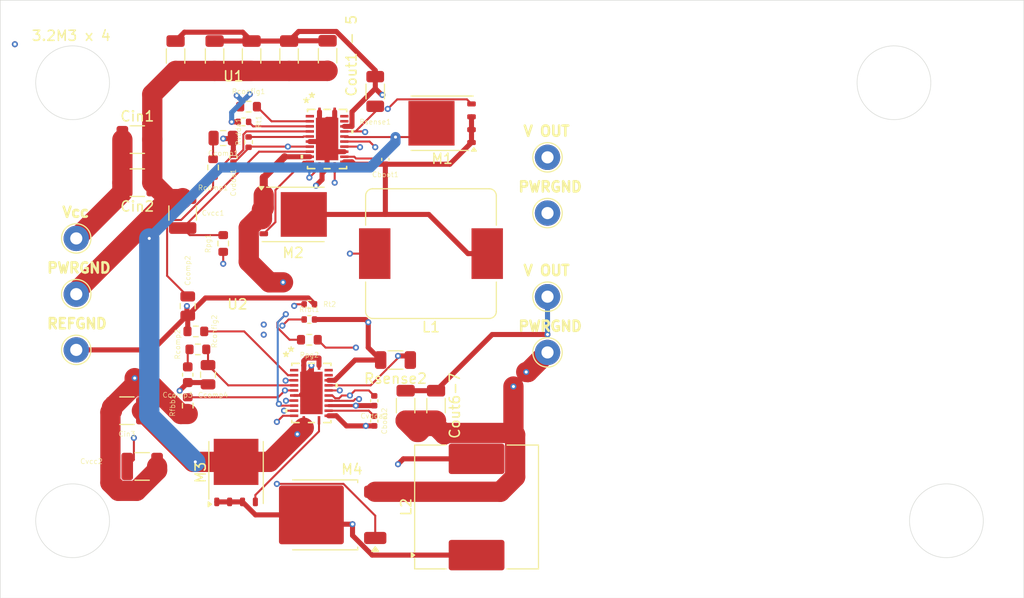
<source format=kicad_pcb>
(kicad_pcb (version 20241229) (generator "pcbnew") (generator_version "9.0")
  (layers (0 "F.Cu" signal) (4 "In1.Cu" mixed) (6 "In2.Cu" mixed) (2 "B.Cu" signal) (13 "F.Paste" user) (15 "B.Paste" user) (5 "F.SilkS" user "F.Silkscreen") (7 "B.SilkS" user "B.Silkscreen") (1 "F.Mask" user) (3 "B.Mask" user) (25 "Edge.Cuts" user))
  (net 0 "")
  (net 1 "Net-(U1-CBOOT)")
  (net 2 "Net-(M2-D)")
  (net 3 "Net-(M4-D)")
  (net 4 "Net-(U2-CBOOT)")
  (net 5 "GNDREF")
  (net 6 "Net-(Ccomp1-Pad1)")
  (net 7 "Net-(U1-EXTCOMP)")
  (net 8 "Net-(Ccomp3-Pad2)")
  (net 9 "Net-(U2-EXTCOMP)")
  (net 10 "GNDPWR")
  (net 11 "VCC")
  (net 12 "Net-(Con2-Pin_1)")
  (net 13 "Net-(Con3-Pin_1)")
  (net 14 "Net-(U1-VCC)")
  (net 15 "Net-(U2-VCC)")
  (net 16 "Net-(U1-PFM{slash}SYNC)")
  (net 17 "Net-(U2-PFM{slash}SYNC)")
  (net 18 "Net-(U1-ISNS+)")
  (net 19 "Net-(U2-ISNS+)")
  (net 20 "Net-(M1-G)")
  (net 21 "Net-(M2-G)")
  (net 22 "Net-(M3-G)")
  (net 23 "Net-(M4-G)")
  (net 24 "Net-(U1-CNFG)")
  (net 25 "Net-(U2-CNFG)")
  (net 26 "Net-(U2-FB)")
  (net 27 "Net-(U1-PG{slash}SYNCOUT)")
  (net 28 "Net-(U2-PG{slash}SYNCOUT)")
  (net 29 "Net-(U1-RT)")
  (net 30 "Net-(U2-RT)")
  (net 31 "Net-(U1-FB)")
  (footprint "Resistor_SMD:R_0402_1005Metric" (layer "F.Cu") (at 70 50 180)
    (property "Reference" "Rfbt1")
    (property "Value" "232K")
  )
  (footprint "Resistor_SMD:R_0603_1608Metric" (layer "F.Cu") (at 70 52)
    (property "Reference" "Rpg2")
    (property "Value" "100k")
  )
  (footprint "Capacitor_SMD:C_0402_1005Metric" (layer "F.Cu") (at 76.4036 58.02 -90)
    (property "Reference" "Cvdda2")
    (property "Value" "100n")
  )
  (footprint "Capacitor_SMD:C_0402_1005Metric" (layer "F.Cu") (at 76.4036 60.02 -90)
    (property "Reference" "Cboot2")
    (property "Value" "100n")
  )
  (footprint "Resistor_SMD:R_0402_1005Metric" (layer "F.Cu") (at 70 48.5 180)
    (property "Reference" "Rt2")
    (property "Value" "29.4K")
  )
  (footprint "Capacitor_SMD:C_0805_2012Metric" (layer "F.Cu") (at 60 55.45 90)
    (property "Reference" "Ccomp4")
    (property "Value" "68p")
  )
  (footprint "Capacitor_SMD:C_1210_3225Metric" (layer "F.Cu") (at 52 59 180)
    (property "Reference" "Cin3")
    (property "Value" "3.3u")
  )
  (footprint "Resistor_SMD:R_0603_1608Metric" (layer "F.Cu") (at 58 58.5 -90)
    (property "Reference" "Rfbb1")
    (property "Value" "10K")
  )
  (footprint "Wire Holes:Vout Holed" (layer "F.Cu") (at 93.5 34)
    (property "Reference" "Con2" (hide yes))
    (property "Value" "12V Out" (hide yes))
  )
  (footprint "Resistor_SMD:R_0603_1608Metric" (layer "F.Cu") (at 58.8 51.175)
    (property "Reference" "Rconfig2")
    (property "Value" "40.2K")
  )
  (footprint "Resistor_SMD:R_0603_1608Metric" (layer "F.Cu") (at 61.5 42.5 -90)
    (property "Reference" "Rpg1")
    (property "Value" "100K")
  )
  (footprint "Package_TO_SOT_SMD:TO-252-2" (layer "F.Cu") (at 71.46 69.28 180)
    (property "Reference" "M4")
    (property "Value" "100V 200A")
  )
  (footprint "Capacitor_SMD:C_1206_3216Metric" (layer "F.Cu") (at 79.5 58.5 -90)
    (property "Reference" "Cout7" (hide yes))
    (property "Value" "4.7u")
  )
  (footprint "Resistor_SMD:R_0603_1608Metric" (layer "F.Cu") (at 59 52.95)
    (property "Reference" "Rcomp2")
    (property "Value" "5.23k")
  )
  (footprint "Package_TO_SOT_SMD:TDSON-8-1" (layer "F.Cu") (at 83.1 30.635 180)
    (property "Reference" "M1")
    (property "Value" "80V 77A")
  )
  (footprint "Resistor_SMD:R_1206_3216Metric" (layer "F.Cu") (at 76.5 27.5 90)
    (property "Reference" "Rsense1")
    (property "Value" "6m")
  )
  (footprint "Inductor_SMD:L_Coilcraft_MSS1210-XXX" (layer "F.Cu") (at 86.5 68.5 90)
    (property "Reference" "L2")
    (property "Value" "10u")
  )
  (footprint "Resistor_SMD:R_0603_1608Metric" (layer "F.Cu") (at 60.5 35 -90)
    (property "Reference" "Rcomp1")
    (property "Value" "4.7K")
  )
  (footprint "Capacitor_SMD:C_0805_2012Metric" (layer "F.Cu") (at 61.5 32.1)
    (property "Reference" "Ccomp1")
    (property "Value" "3.9n")
  )
  (footprint "Capacitor_SMD:C_1210_3225Metric" (layer "F.Cu") (at 53.025 32.25)
    (property "Reference" "Cin1")
    (property "Value" "2.2u")
  )
  (footprint "Capacitor_SMD:C_1206_3216Metric" (layer "F.Cu") (at 68 24 -90)
    (property "Reference" "Cout2" (hide yes))
    (property "Value" "10u")
  )
  (footprint "Resistor_SMD:R_0603_1608Metric" (layer "F.Cu") (at 64 29)
    (property "Reference" "Rconfig1")
    (property "Value" "40.2K")
  )
  (footprint "Capacitor_SMD:C_0805_2012Metric" (layer "F.Cu") (at 58 48.675 -90)
    (property "Reference" "Ccomp2")
    (property "Value" "100p")
  )
  (footprint "Resistor_SMD:R_0402_1005Metric" (layer "F.Cu") (at 64 32.5 -90)
    (property "Reference" "Rvdda1")
    (property "Value" "47.5K")
  )
  (footprint "Wire Holes:Vin Holes" (layer "F.Cu") (at 47 42)
    (property "Reference" "Con1" (hide yes))
    (property "Value" "Battery In" (hide yes))
  )
  (footprint "Wire Holes:Vout Holed" (layer "F.Cu") (at 93.5 47.75)
    (property "Reference" "Con3" (hide yes))
    (property "Value" "19.5V Out" (hide yes))
  )
  (footprint "Inductor_SMD:L_Bourns_SRP1245A" (layer "F.Cu") (at 82 43.5 180)
    (property "Reference" "L1")
    (property "Value" "6.8u")
  )
  (footprint "Capacitor_SMD:C_1206_3216Metric" (layer "F.Cu") (at 82.5 58.5 -90)
    (property "Reference" "Cout6-7")
    (property "Value" "4.7u")
  )
  (footprint "Capacitor_SMD:C_1206_3216Metric" (layer "F.Cu") (at 64.3 24 -90)
    (property "Reference" "Cout3" (hide yes))
    (property "Value" "10u")
  )
  (footprint "Capacitor_SMD:C_1206_3216Metric" (layer "F.Cu") (at 60.65 24 -90)
    (property "Reference" "Cout4" (hide yes))
    (property "Value" "10u")
  )
  (footprint "Resistor_SMD:R_0402_1005Metric" (layer "F.Cu") (at 63.5 30.5)
    (property "Reference" "Rt1")
    (property "Value" "39K")
  )
  (footprint "LM5149:VQFN24_RGY_TEX" (layer "F.Cu") (at 71.75 32.1924)
    (property "Reference" "U1")
    (property "Value" "LM5149RGYR")
  )
  (footprint "Package_TO_SOT_SMD:TDSON-8-1" (layer "F.Cu") (at 68.4 39.635)
    (property "Reference" "M2")
    (property "Value" "80V 77A")
  )
  (footprint "LM5149:VQFN24_RGY_TEX" (layer "F.Cu") (at 70.2018 57.25)
    (property "Reference" "U2")
    (property "Value" "LM5149RGYR")
  )
  (footprint "Resistor_SMD:R_1206_3216Metric" (layer "F.Cu") (at 78.5 54 180)
    (property "Reference" "Rsense2")
    (property "Value" "9m")
  )
  (footprint "Capacitor_SMD:C_0603_1608Metric" (layer "F.Cu") (at 58 55.45 90)
    (property "Reference" "Ccomp3")
    (property "Value" "2.7n")
  )
  (footprint "Capacitor_SMD:C_1210_3225Metric" (layer "F.Cu") (at 53.025 36.5)
    (property "Reference" "Cin2")
    (property "Value" "2.2u")
  )
  (footprint "Capacitor_SMD:C_0402_1005Metric" (layer "F.Cu") (at 62.5 34 90)
    (property "Reference" "Cvdda1")
    (property "Value" "100n")
  )
  (footprint "Capacitor_SMD:C_1210_3225Metric" (layer "F.Cu") (at 57.5 39.5 90)
    (property "Reference" "Cvcc1")
    (property "Value" "2.2u")
  )
  (footprint "Capacitor_SMD:C_1206_3216Metric" (layer "F.Cu") (at 56.8 24 -90)
    (property "Reference" "Cout5" (hide yes))
    (property "Value" "10u")
  )
  (footprint "Capacitor_SMD:C_1206_3216Metric" (layer "F.Cu") (at 71.8 23.975 -90)
    (property "Reference" "Cout1 - 5")
    (property "Value" "10u")
  )
  (footprint "Package_TO_SOT_SMD:TDSON-8-1" (layer "F.Cu") (at 62.7686 65.1 90)
    (property "Reference" "M3")
    (property "Value" "80V 77A")
  )
  (footprint "Capacitor_SMD:C_1210_3225Metric" (layer "F.Cu") (at 53.5 64.5)
    (property "Reference" "Cvcc2")
    (property "Value" "2.2u")
  )
  (footprint "Capacitor_SMD:C_0402_1005Metric" (layer "F.Cu") (at 77.5 34.2 -90)
    (property "Reference" "Cboot1")
    (property "Value" "100n")
  )
  (gr_circle (center 46.640055 26.640055) (end 50.140055 25.640055) (stroke (width 0.05)) (fill no) (layer "Edge.Cuts"))
  (gr_circle (center 132.859945 69.859945) (end 136.359945 68.859945) (stroke (width 0.05)) (fill no) (layer "Edge.Cuts"))
  (gr_rect (start 39.5 18.5) (end 140.5 77.5) (stroke (width 0.05)) (fill no) (layer "Edge.Cuts"))
  (gr_circle (center 46.640055 69.859945) (end 50.140055 68.859945) (stroke (width 0.05)) (fill no) (layer "Edge.Cuts"))
  (gr_circle (center 127.684945 26.640055) (end 131.184945 25.640055) (stroke (width 0.05)) (fill no) (layer "Edge.Cuts"))
  (gr_text "3.2M3 x 4" (at 46.5 22 0) (layer "F.SilkS") (effects (font (size 1 1))))
  (segment (start 74.6082 34.1148) (end 77.1052 34.1148) (width 0.2) (layer "F.Cu") (net 1))
  (segment (start 74.4358 33.9424) (end 74.6082 34.1148) (width 0.2) (layer "F.Cu") (net 1))
  (segment (start 77.1052 34.1148) (end 77.5 33.72) (width 0.2) (layer "F.Cu") (net 1))
  (segment (start 73.4518 33.9424) (end 74.4358 33.9424) (width 0.2) (layer "F.Cu") (net 1))
  (segment (start 69.45 39.635) (end 77.5 39.635) (width 0.5) (layer "F.Cu") (net 2))
  (segment (start 81.785 39.635) (end 85.65 43.5) (width 0.5) (layer "F.Cu") (net 2))
  (segment (start 83.86 34.68) (end 86 32.54) (width 0.5) (layer "F.Cu") (net 2))
  (segment (start 73.4518 34.4424) (end 74.2082 34.4424) (width 0.5) (layer "F.Cu") (net 2))
  (segment (start 74.2082 34.4424) (end 74.4458 34.68) (width 0.5) (layer "F.Cu") (net 2))
  (segment (start 86 32.54) (end 86 31.27) (width 0.5) (layer "F.Cu") (net 2))
  (segment (start 87.55 43.5) (end 85.65 43.5) (width 0.5) (layer "F.Cu") (net 2))
  (segment (start 77.5 39.635) (end 81.785 39.635) (width 0.5) (layer "F.Cu") (net 2))
  (segment (start 77.5 39.635) (end 77.5 34.68) (width 0.5) (layer "F.Cu") (net 2))
  (segment (start 86 30) (end 86 31.27) (width 0.5) (layer "F.Cu") (net 2))
  (segment (start 74.4458 34.68) (end 77.5 34.68) (width 0.5) (layer "F.Cu") (net 2))
  (segment (start 77.5 34.68) (end 83.86 34.68) (width 0.5) (layer "F.Cu") (net 2))
  (segment (start 73.66 60.5) (end 72.66 59.5) (width 0.5) (layer "F.Cu") (net 3))
  (segment (start 75.5717 60.5) (end 76.4036 60.5) (width 0.5) (layer "F.Cu") (net 3))
  (segment (start 86.5 73.25) (end 76.2007 73.25) (width 0.5) (layer "F.Cu") (net 3))
  (segment (start 71.12 70.2) (end 70.2 69.28) (width 0.5) (layer "F.Cu") (net 3))
  (segment (start 62.1336 68) (end 63.4036 68) (width 0.5) (layer "F.Cu") (net 3))
  (segment (start 75.5717 60.5) (end 73.66 60.5) (width 0.5) (layer "F.Cu") (net 3))
  (segment (start 64.6836 69.28) (end 70.2 69.28) (width 0.5) (layer "F.Cu") (net 3))
  (segment (start 71.9036 59.5) (end 72.66 59.5) (width 0.5) (layer "F.Cu") (net 3))
  (segment (start 63.4036 68) (end 64.6836 69.28) (width 0.5) (layer "F.Cu") (net 3))
  (segment (start 60.8636 68) (end 62.1336 68) (width 0.5) (layer "F.Cu") (net 3))
  (segment (start 74.2595 71.3088) (end 74.2595 70.2) (width 0.5) (layer "F.Cu") (net 3))
  (segment (start 74.2595 70.2) (end 71.12 70.2) (width 0.5) (layer "F.Cu") (net 3))
  (segment (start 76.2007 73.25) (end 74.2595 71.3088) (width 0.5) (layer "F.Cu") (net 3))
  (via (at 75.5717 60.5) (size 0.6) (drill 0.3) (layers "F.Cu" "B.Cu") (net 3))
  (via (at 74.2595 70.2) (size 0.6) (drill 0.3) (layers "F.Cu" "B.Cu") (net 3))
  (segment (start 75.8636 59) (end 76.4036 59.54) (width 0.2) (layer "F.Cu") (net 4))
  (segment (start 71.9036 59) (end 75.8636 59) (width 0.2) (layer "F.Cu") (net 4))
  (segment (start 70.2014 54.9666) (end 69.854 55.314) (width 0.5) (layer "F.Cu") (net 5))
  (segment (start 64.1233 27.7793) (end 63.175 28.7276) (width 0.5) (layer "F.Cu") (net 5))
  (segment (start 70.2018 54.5372) (end 70.2014 54.5376) (width 0.5) (layer "F.Cu") (net 5))
  (segment (start 71.7436 30.2564) (end 71.6529 30.3471) (width 0.5) (layer "F.Cu") (net 5))
  (segment (start 47 53) (end 54.5439 53) (width 0.5) (layer "F.Cu") (net 5))
  (segment (start 74.581 58.5) (end 74.5851 58.5041) (width 0.5) (layer "F.Cu") (net 5))
  (segment (start 62.3965 32.1535) (end 62.45 32.1) (width 0.5) (layer "F.Cu") (net 5))
  (segment (start 57.9189 49.625) (end 57.9189 48.675) (width 0.5) (layer "F.Cu") (net 5))
  (segment (start 58 49.625) (end 57.9189 49.625) (width 0.5) (layer "F.Cu") (net 5))
  (segment (start 71.6529 30.3471) (end 71.6529 32.0953) (width 0.5) (layer "F.Cu") (net 5))
  (segment (start 58 56.225) (end 59.825 56.225) (width 0.5) (layer "F.Cu") (net 5))
  (segment (start 70.2018 57.25) (end 70.0246 57.4272) (width 0.5) (layer "F.Cu") (net 5))
  (segment (start 72.5 30.2564) (end 71.7436 30.2564) (width 0.5) (layer "F.Cu") (net 5))
  (segment (start 58 49.625) (end 59.7489 47.8761) (width 0.5) (layer "F.Cu") (net 5))
  (segment (start 58 56.225) (end 57.2065 57.0185) (width 0.5) (layer "F.Cu") (net 5))
  (segment (start 70.2018 57.0354) (end 70.2018 57.25) (width 0.5) (layer "F.Cu") (net 5))
  (segment (start 69.2061 57.4272) (end 69.1333 57.5) (width 0.2538) (layer "F.Cu") (net 5))
  (segment (start 71.2519 36.1964) (end 71.2519 35.5929) (width 0.5) (layer "F.Cu") (net 5))
  (segment (start 62.3965 32.1535) (end 62.5 32.257) (width 0.5) (layer "F.Cu") (net 5))
  (segment (start 71.0907 30.3471) (end 71 30.2564) (width 0.5) (layer "F.Cu") (net 5))
  (segment (start 69.4518 54.1794) (end 69.4518 54.0762) (width 0.5) (layer "F.Cu") (net 5))
  (segment (start 62.3343 30.5) (end 62.99 30.5) (width 0.5) (layer "F.Cu") (net 5))
  (segment (start 69.2083 57.4272) (end 69.2061 57.4272) (width 0.2538) (layer "F.Cu") (net 5))
  (segment (start 70.6533 36.795) (end 71.2519 36.1964) (width 0.5) (layer "F.Cu") (net 5))
  (segment (start 59.7489 47.8761) (end 69.8861 47.8761) (width 0.5) (layer "F.Cu") (net 5))
  (segment (start 62.5 32.257) (end 62.5 33.52) (width 0.5) (layer "F.Cu") (net 5))
  (segment (start 69.4518 54.5576) (end 69.4518 55.314) (width 0.5) (layer "F.Cu") (net 5))
  (segment (start 70.0482 32.4424) (end 71.5 32.4424) (width 0.5) (layer "F.Cu") (net 5))
  (segment (start 73.4518 33.4424) (end 72.6954 33.4424) (width 0.5) (layer "F.Cu") (net 5))
  (segment (start 69.854 55.314) (end 69.4518 55.314) (width 0.5) (layer "F.Cu") (net 5))
  (segment (start 61.5 32.1535) (end 62.3965 32.1535) (width 0.5) (layer "F.Cu") (net 5))
  (segment (start 69.7268 53.8012) (end 69.4518 54.0762) (width 0.5) (layer "F.Cu") (net 5))
  (segment (start 58 51.15) (end 58 49.625) (width 0.5) (layer "F.Cu") (net 5))
  (segment (start 71.75 33.4424) (end 72.6954 33.4424) (width 0.5) (layer "F.Cu") (net 5))
  (segment (start 69.4518 54.5576) (end 69.4518 54.5125) (width 0.5) (layer "F.Cu") (net 5))
  (segment (start 69.8861 47.8761) (end 70.51 48.5) (width 0.5) (layer "F.Cu") (net 5))
  (segment (start 70.9518 54.5576) (end 70.9518 53.8012) (width 0.5) (layer "F.Cu") (net 5))
  (segment (start 76.4036 58.5) (end 74.5892 58.5) (width 0.5) (layer "F.Cu") (net 5))
  (segment (start 70.9518 53.8012) (end 69.7268 53.8012) (width 0.5) (layer "F.Cu") (net 5))
  (segment (start 57.975 51.175) (end 58 51.15) (width 0.5) (layer "F.Cu") (net 5))
  (segment (start 71.75 33.4424) (end 71.75 32.1924) (width 0.5) (layer "F.Cu") (net 5))
  (segment (start 70.2014 54.5376) (end 70.2014 54.9666) (width 0.5) (layer "F.Cu") (net 5))
  (segment (start 70.2018 54.967) (end 70.2014 54.9666) (width 0.5) (layer "F.Cu") (net 5))
  (segment (start 54.5439 53) (end 57.9189 49.625) (width 0.5) (layer "F.Cu") (net 5))
  (segment (start 71.75 35.0949) (end 71.75 33.4424) (width 0.5) (layer "F.Cu") (net 5))
  (segment (start 68.5 57.5) (end 69.1333 57.5) (width 0.2538) (layer "F.Cu") (net 5))
  (segment (start 71 29.5) (end 71 30.2564) (width 0.5) (layer "F.Cu") (net 5))
  (segment (start 71.9036 58.5) (end 74.581 58.5) (width 0.3) (layer "F.Cu") (net 5))
  (segment (start 71.5 32.4424) (end 71.75 32.1924) (width 0.5) (layer "F.Cu") (net 5))
  (segment (start 70.2018 57.0354) (end 70.2018 54.967) (width 0.5) (layer "F.Cu") (net 5))
  (segment (start 71.6529 30.3471) (end 71.0907 30.3471) (width 0.5) (layer "F.Cu") (net 5))
  (segment (start 71.252 35.5929) (end 71.75 35.0949) (width 0.5) (layer "F.Cu") (net 5))
  (segment (start 59.825 56.225) (end 60 56.4) (width 0.5) (layer "F.Cu") (net 5))
  (segment (start 63.175 28.7276) (end 63.175 29) (width 0.5) (layer "F.Cu") (net 5))
  (segment (start 71.2519 35.5929) (end 71.252 35.5929) (width 0.5) (layer "F.Cu") (net 5))
  (segment (start 74.5892 58.5) (end 74.5851 58.5041) (width 0.5) (layer "F.Cu") (net 5))
  (segment (start 70.0246 57.4272) (end 69.2083 57.4272) (width 0.5) (layer "F.Cu") (net 5))
  (segment (start 71.6529 32.0953) (end 71.75 32.1924) (width 0.5) (layer "F.Cu") (net 5))
  (segment (start 69.4518 54.1794) (end 69.4518 54.5125) (width 0.5) (layer "F.Cu") (net 5))
  (segment (start 72.5 29.5) (end 72.5 30.2564) (width 0.5) (layer "F.Cu") (net 5))
  (segment (start 57.2065 57.0185) (end 57.2065 57.0353) (width 0.5) (layer "F.Cu") (net 5))
  (via (at 64.1233 27.7793) (size 0.6) (drill 0.3) (layers "F.Cu" "B.Cu") (net 5))
  (via (at 70.6533 36.795) (size 0.6) (drill 0.3) (layers "F.Cu" "B.Cu") (net 5))
  (via (at 74.5851 58.5041) (size 0.6) (drill 0.3) (layers "F.Cu" "B.Cu") (net 5))
  (via (at 57.9189 48.675) (size 0.6) (drill 0.3) (layers "F.Cu" "B.Cu") (net 5))
  (via (at 62.8353 27.9021) (size 0.6) (drill 0.3) (layers "F.Cu" "B.Cu") (net 5))
  (via (at 62.3343 30.5) (size 0.6) (drill 0.3) (layers "F.Cu" "B.Cu") (net 5))
  (via (at 61.5 32.1535) (size 0.6) (drill 0.3) (layers "F.Cu" "B.Cu") (net 5))
  (via (at 40.9433 22.84) (size 0.6) (drill 0.3) (layers "F.Cu" "B.Cu") (net 5))
  (via (at 57.2065 57.0353) (size 0.6) (drill 0.3) (layers "F.Cu" "B.Cu") (net 5))
  (via (at 70.2018 54.5372) (size 0.6) (drill 0.3) (layers "F.Cu" "B.Cu") (net 5))
  (segment (start 64.1233 27.7793) (end 63.4179 28.4847) (width 0.5) (layer "B.Cu") (net 5))
  (segment (start 62.3343 29.5683) (end 62.3343 30.5) (width 0.5) (layer "B.Cu") (net 5))
  (segment (start 63.4179 28.4847) (end 62.8353 27.9021) (width 0.5) (layer "B.Cu") (net 5))
  (segment (start 63.4179 28.4847) (end 62.3343 29.5683) (width 0.5) (layer "B.Cu") (net 5))
  (segment (start 60.55 32.1) (end 60.5 32.15) (width 0.2) (layer "F.Cu") (net 6))
  (segment (start 60.5 32.15) (end 60.5 34.175) (width 0.2) (layer "F.Cu") (net 6))
  (segment (start 58 47.725) (end 55.9643 45.6893) (width 0.2) (layer "F.Cu") (net 7))
  (segment (start 63.7961 31.4424) (end 63.4858 31.7527) (width 0.2) (layer "F.Cu") (net 7))
  (segment (start 60.5 37.0241) (end 60.5 35.825) (width 0.2) (layer "F.Cu") (net 7))
  (segment (start 62.7911 33.9522) (end 62.2908 33.9522) (width 0.2) (layer "F.Cu") (net 7))
  (segment (start 57.343 40.1811) (end 60.5 37.0241) (width 0.2) (layer "F.Cu") (net 7))
  (segment (start 55.9643 45.6893) (end 55.9643 40.4936) (width 0.2) (layer "F.Cu") (net 7))
  (segment (start 63.4858 33.2575) (end 62.7911 33.9522) (width 0.2) (layer "F.Cu") (net 7))
  (segment (start 62.2908 33.9522) (end 60.5 35.743) (width 0.2) (layer "F.Cu") (net 7))
  (segment (start 70.0482 31.4424) (end 63.7961 31.4424) (width 0.2) (layer "F.Cu") (net 7))
  (segment (start 56.2768 40.1811) (end 57.343 40.1811) (width 0.2) (layer "F.Cu") (net 7))
  (segment (start 63.4858 31.7527) (end 63.4858 33.2575) (width 0.2) (layer "F.Cu") (net 7))
  (segment (start 60.5 35.743) (end 60.5 35.825) (width 0.2) (layer "F.Cu") (net 7))
  (segment (start 55.9643 40.4936) (end 56.2768 40.1811) (width 0.2) (layer "F.Cu") (net 7))
  (segment (start 58 53.125) (end 58 54.675) (width 0.2) (layer "F.Cu") (net 8))
  (segment (start 58.175 52.95) (end 58 53.125) (width 0.2) (layer "F.Cu") (net 8))
  (segment (start 60 54.5) (end 62 56.5) (width 0.2) (layer "F.Cu") (net 9))
  (segment (start 60 53.125) (end 60 54.5) (width 0.2) (layer "F.Cu") (net 9))
  (segment (start 62 56.5) (end 68.5 56.5) (width 0.2) (layer "F.Cu") (net 9))
  (segment (start 59.825 52.95) (end 60 53.125) (width 0.2) (layer "F.Cu") (net 9))
  (segment (start 91.5675 55.1826) (end 91.5675 55.1825) (width 2) (layer "F.Cu") (net 10))
  (segment (start 91.3977 55.1826) (end 91.5675 55.1826) (width 2) (layer "F.Cu") (net 10))
  (segment (start 54.975 64.8849) (end 52.9523 66.9076) (width 2) (layer "F.Cu") (net 10))
  (segment (start 54.975 64.5) (end 54.975 64.8849) (width 2) (layer "F.Cu") (net 10))
  (segment (start 70.0482 33.942399) (end 67.557601 33.942399) (width 0.5) (layer "F.Cu") (net 10))
  (segment (start 90.3026 61.3624) (end 90.1375 61.1973) (width 2) (layer "F.Cu") (net 10))
  (segment (start 56.1211 38.1211) (end 47 47.2422) (width 2) (layer "F.Cu") (net 10))
  (segment (start 81.3797 60.5057) (end 80.7895 61.0959) (width 2) (layer "F.Cu") (net 10))
  (segment (start 65.5 39) (end 65.5 37.73) (width 2) (layer "F.Cu") (net 10))
  (segment (start 52.7626 56.5974) (end 52.6098 56.5974) (width 2) (layer "F.Cu") (net 10))
  (segment (start 51.1655 66.9076) (end 50.3692 66.1113) (width 2) (layer "F.Cu") (net 10))
  (segment (start 65.3218 40.0918) (end 64.8585 40.0918) (width 2) (layer "F.Cu") (net 10))
  (segment (start 83.3171 61.3406) (end 83.317 61.3406) (width 2) (layer "F.Cu") (net 10))
  (segment (start 82.5 59.975) (end 79.5 59.975) (width 2) (layer "F.Cu") (net 10))
  (segment (start 65.3218 40.0918) (end 65.5 40.27) (width 0.5008) (layer "F.Cu") (net 10))
  (segment (start 54.5824 56.5974) (end 52.7626 56.5974) (width 2) (layer "F.Cu") (net 10))
  (segment (start 57.31 59.325) (end 54.5824 56.5974) (width 2) (layer "F.Cu") (net 10))
  (segment (start 68.5 58.999999) (end 67.5 59) (width 0.2) (layer "F.Cu") (net 10))
  (segment (start 56.1211 38.1211) (end 54.5 36.5) (width 2) (layer "F.Cu") (net 10))
  (segment (start 64.0228 40.9275) (end 64.0228 44.3037) (width 2) (layer "F.Cu") (net 10))
  (segment (start 71.8 25.45) (end 71.775 25.475) (width 2) (layer "F.Cu") (net 10))
  (segment (start 66.0521 46.333) (end 67.4039 46.333) (width 2) (layer "F.Cu") (net 10))
  (segment (start 63.2894 25.475) (end 64.3 25.475) (width 2) (layer "F.Cu") (net 10))
  (segment (start 54.5 27.775) (end 54.5 32.25) (width 2) (layer "F.Cu") (net 10))
  (segment (start 60.65 25.475) (end 63.2894 25.475) (width 2) (layer "F.Cu") (net 10))
  (segment (start 83.4604 61.1973) (end 83.3171 61.3406) (width 2) (layer "F.Cu") (net 10))
  (segment (start 82.6235 60.6471) (end 82.5995 60.6471) (width 2) (layer "F.Cu") (net 10))
  (segment (start 71.775 25.475) (end 68 25.475) (width 2) (layer "F.Cu") (net 10))
  (segment (start 80.7895 61.0959) (end 80.6209 61.0959) (width 2) (layer "F.Cu") (net 10))
  (segment (start 83.317 61.3406) (end 82.6235 60.6471) (width 2) (layer "F.Cu") (net 10))
  (segment (start 56.8 25.475) (end 54.5 27.775) (width 2) (layer "F.Cu") (net 10))
  (segment (start 90.1375 61.1973) (end 83.4604 61.1973) (width 2) (layer "F.Cu") (net 10))
  (segment (start 90.1375 61.1973) (end 90.1375 56.6125) (width 2) (layer "F.Cu") (net 10))
  (segment (start 47 47.2422) (end 47 47.5) (width 2) (layer "F.Cu") (net 10))
  (segment (start 54.5 36.5) (end 54.5 32.25) (width 2) (layer "F.Cu") (net 10))
  (segment (start 52.9523 66.9076) (end 51.1655 66.9076) (width 2) (layer "F.Cu") (net 10))
  (segment (start 64.8585 40.0918) (end 64.0228 40.9275) (width 2) (layer "F.Cu") (net 10))
  (segment (start 90.3026 65.5395) (end 90.3026 61.3624) (width 2) (layer "F.Cu") (net 10))
  (segment (start 80.6209 61.0959) (end 79.5 59.975) (width 2) (layer "F.Cu") (net 10))
  (segment (start 58 59.325) (end 57.31 59.325) (width 2) (layer "F.Cu") (net 10))
  (segment (start 91.5675 55.1825) (end 93.5 53.25) (width 2) (layer "F.Cu") (net 10))
  (segment (start 76.5 67) (end 88.8421 67) (width 2) (layer "F.Cu") (net 10))
  (segment (start 50.3692 66.1113) (end 50.3692 59.1558) (width 2) (layer "F.Cu") (net 10))
  (segment (start 52.6098 56.5974) (end 50.525 58.6822) (width 2) (layer "F.Cu") (net 10))
  (segment (start 57.4039 38.1211) (end 57.5 38.025) (width 2) (layer "F.Cu") (net 10))
  (segment (start 64.0228 44.3037) (end 66.0521 46.333) (width 2) (layer "F.Cu") (net 10))
  (segment (start 50.3692 59.1558) (end 50.525 59) (width 2) (layer "F.Cu") (net 10))
  (segment (start 88.8421 67) (end 90.3026 65.5395) (width 2) (layer "F.Cu") (net 10))
  (segment (start 82.4581 60.5057) (end 81.3797 60.5057) (width 2) (layer "F.Cu") (net 10))
  (segment (start 63.2894 25.475) (end 68 25.475) (width 2) (layer "F.Cu") (net 10))
  (segment (start 56.1211 38.1211) (end 57.4039 38.1211) (width 2) (layer "F.Cu") (net 10))
  (segment (start 67.557601 33.942399) (end 65.5 36) (width 0.7) (layer "F.Cu") (net 10))
  (segment (start 65.3218 39.1782) (end 65.3218 40.0918) (width 2) (layer "F.Cu") (net 10))
  (segment (start 82.5995 60.6471) (end 82.4581 60.5057) (width 2) (layer "F.Cu") (net 10))
  (segment (start 65.5 36) (end 65.5 37.73) (width 0.8) (layer "F.Cu") (net 10))
  (segment (start 65.5 39) (end 65.3218 39.1782) (width 2) (layer "F.Cu") (net 10))
  (segment (start 56.8 25.475) (end 60.65 25.475) (width 2) (layer "F.Cu") (net 10))
  (segment (start 52.7626 56.5974) (end 52.7626 55.7862) (width 2) (layer "F.Cu") (net 10))
  (segment (start 50.525 58.6822) (end 50.525 59) (width 2) (layer "F.Cu") (net 10))
  (via (at 65.5 51.5) (size 0.6) (drill 0.3) (layers "F.Cu" "B.Cu") (net 10))
  (via (at 67.5 59) (size 0.6) (drill 0.3) (layers "F.Cu" "B.Cu") (net 10))
  (via (at 67.4039 46.333) (size 0.6) (drill 0.3) (layers "F.Cu" "B.Cu") (net 10))
  (via (at 91.3977 55.1826) (size 0.6) (drill 0.3) (layers "F.Cu" "B.Cu") (net 10))
  (via (at 65.5 50.5) (size 0.6) (drill 0.3) (layers "F.Cu" "B.Cu") (net 10))
  (via (at 90.1375 56.6125) (size 0.6) (drill 0.3) (layers "F.Cu" "B.Cu") (net 10))
  (via (at 52.7626 55.7862) (size 0.6) (drill 0.3) (layers "F.Cu" "B.Cu") (net 10))
  (segment (start 62.7686 64.05) (end 66.0807 64.05) (width 2) (layer "F.Cu") (net 11))
  (segment (start 70.999999 35.000001) (end 70 36) (width 0.2) (layer "F.Cu") (net 11))
  (segment (start 68.81535 61.31535) (end 69.4518 60.6789) (width 2) (layer "F.Cu") (net 11))
  (segment (start 82.05 30.635) (end 80.685 32) (width 0.2) (layer "F.Cu") (net 11))
  (segment (start 70.999999 34.8848) (end 70.999999 35.000001) (width 0.2) (layer "F.Cu") (net 11))
  (segment (start 66.0807 64.05) (end 68.81535 61.31535) (width 2) (layer "F.Cu") (net 11))
  (segment (start 73.5094 32) (end 73.4518 31.9424) (width 0.2) (layer "F.Cu") (net 11))
  (segment (start 69.4518 60.6789) (end 69.4518 59.9424) (width 0.2538) (layer "F.Cu") (net 11))
  (segment (start 53.475 59) (end 58.525 64.05) (width 2) (layer "F.Cu") (net 11))
  (segment (start 78.5 32) (end 73.5094 32) (width 0.2) (layer "F.Cu") (net 11))
  (segment (start 47 42) (end 51.55 37.45) (width 2) (layer "F.Cu") (net 11))
  (segment (start 51.55 36.5) (end 51.55 32.25) (width 2) (layer "F.Cu") (net 11))
  (segment (start 51.55 37.45) (end 51.55 36.5) (width 2) (layer "F.Cu") (net 11))
  (segment (start 80.685 32) (end 78.5 32) (width 0.2) (layer "F.Cu") (net 11))
  (segment (start 58.525 64.05) (end 58.7473 64.05) (width 2) (layer "F.Cu") (net 11))
  (segment (start 58.7473 64.05) (end 62.7686 64.05) (width 2) (layer "F.Cu") (net 11))
  (segment (start 71.9036 57) (end 73 57) (width 0.2) (layer "F.Cu") (net 11))
  (via (at 68.81535 61.31535) (size 0.6) (drill 0.3) (layers "F.Cu" "B.Cu") (net 11))
  (via (at 58.7473 64.05) (size 0.6) (drill 0.3) (layers "F.Cu" "B.Cu") (net 11))
  (via (at 54.2025 42) (size 0.6) (drill 0.3) (layers "F.Cu" "B.Cu") (net 11))
  (via (at 70 36) (size 0.6) (drill 0.3) (layers "F.Cu" "B.Cu") (net 11))
  (via (at 78.5 32) (size 0.6) (drill 0.3) (layers "F.Cu" "B.Cu") (net 11))
  (via (at 73 57) (size 0.6) (drill 0.3) (layers "F.Cu" "B.Cu") (net 11))
  (segment (start 70 35.5) (end 69.5 35) (width 0.2) (layer "B.Cu") (net 11))
  (segment (start 78.5 32.5) (end 78.5 32) (width 1) (layer "B.Cu") (net 11))
  (segment (start 54.2025 42) (end 61.2025 35) (width 1) (layer "B.Cu") (net 11))
  (segment (start 54.2025 42) (end 54.2025 59.5052) (width 2) (layer "B.Cu") (net 11))
  (segment (start 70 36) (end 70 35.5) (width 0.2) (layer "B.Cu") (net 11))
  (segment (start 61.2025 35) (end 69.5 35) (width 1) (layer "B.Cu") (net 11))
  (segment (start 54.2025 59.5052) (end 58.7473 64.05) (width 2) (layer "B.Cu") (net 11))
  (segment (start 76 35) (end 78.5 32.5) (width 1) (layer "B.Cu") (net 11))
  (segment (start 69.5 35) (end 76 35) (width 1) (layer "B.Cu") (net 11))
  (segment (start 72.6569 21.5783) (end 76.5 25.4214) (width 0.5) (layer "F.Cu") (net 12))
  (segment (start 68.025 22.5) (end 68 22.525) (width 0.5) (layer "F.Cu") (net 12))
  (segment (start 64.3 22.525) (end 63.4283 21.6533) (width 0.5) (layer "F.Cu") (net 12))
  (segment (start 73.4518 30.9424) (end 74.2082 30.9424) (width 0.5) (layer "F.Cu") (net 12))
  (segment (start 71.8 22.5) (end 68.025 22.5) (width 0.5) (layer "F.Cu") (net 12))
  (segment (start 76.5086 26.0461) (end 76.5 26.0375) (width 0.5) (layer "F.Cu") (net 12))
  (segment (start 74.2082 29.5105) (end 74.2082 30.9424) (width 0.5) (layer "F.Cu") (net 12))
  (segment (start 76.5086 27.2101) (end 74.2082 29.5105) (width 0.5) (layer "F.Cu") (net 12))
  (segment (start 76.5 25.4214) (end 76.5 26.0375) (width 0.5) (layer "F.Cu") (net 12))
  (segment (start 68 22.525) (end 68.9467 21.5783) (width 0.5) (layer "F.Cu") (net 12))
  (segment (start 77.2081 27.8395) (end 77.138 27.8395) (width 0.5) (layer "F.Cu") (net 12))
  (segment (start 77.138 27.8395) (end 76.5086 27.2101) (width 0.5) (layer "F.Cu") (net 12))
  (segment (start 76.5086 27.2101) (end 76.5086 26.0461) (width 0.5) (layer "F.Cu") (net 12))
  (segment (start 68 22.525) (end 64.3 22.525) (width 0.5) (layer "F.Cu") (net 12))
  (segment (start 68.9467 21.5783) (end 72.6569 21.5783) (width 0.5) (layer "F.Cu") (net 12))
  (segment (start 63.4283 21.6533) (end 57.6717 21.6533) (width 0.5) (layer "F.Cu") (net 12))
  (segment (start 64.3 22.525) (end 60.65 22.525) (width 0.5) (layer "F.Cu") (net 12))
  (segment (start 57.6717 21.6533) (end 56.8 22.525) (width 0.5) (layer "F.Cu") (net 12))
  (via (at 77.2081 27.8395) (size 0.6) (drill 0.3) (layers "F.Cu" "B.Cu") (net 12))
  (segment (start 75.8113 52.7738) (end 77.0375 54) (width 0.5) (layer "F.Cu") (net 13))
  (segment (start 72.5123 56) (end 71.9036 56) (width 0.5) (layer "F.Cu") (net 13))
  (segment (start 74.5123 54) (end 72.5123 56) (width 0.5) (layer "F.Cu") (net 13))
  (segment (start 70.51 50) (end 75.5363 50) (width 0.5) (layer "F.Cu") (net 13))
  (segment (start 75.5363 50) (end 75.8113 50.275) (width 0.5) (layer "F.Cu") (net 13))
  (segment (start 93.4974 51.48) (end 88.045 51.48) (width 0.5) (layer "F.Cu") (net 13))
  (segment (start 88.045 51.48) (end 82.5 57.025) (width 0.5) (layer "F.Cu") (net 13))
  (segment (start 79.5 57.025) (end 82.5 57.025) (width 0.5) (layer "F.Cu") (net 13))
  (segment (start 77.0375 54) (end 74.5123 54) (width 0.5) (layer "F.Cu") (net 13))
  (segment (start 75.8113 50.275) (end 75.8113 52.7738) (width 0.5) (layer "F.Cu") (net 13))
  (via (at 75.8113 50.275) (size 0.6) (drill 0.3) (layers "F.Cu" "B.Cu") (net 13))
  (via (at 93.4974 51.48) (size 0.6) (drill 0.3) (layers "F.Cu" "B.Cu") (net 13))
  (segment (start 93.5 47.75) (end 93.5 51.4774) (width 0.5) (layer "B.Cu") (net 13))
  (segment (start 93.5 51.4774) (end 93.4974 51.48) (width 0.5) (layer "B.Cu") (net 13))
  (segment (start 57.5 40.975) (end 65.0326 33.4424) (width 0.2) (layer "F.Cu") (net 14))
  (segment (start 58.2 41.675) (end 57.5 40.975) (width 0.2) (layer "F.Cu") (net 14))
  (segment (start 61.5 41.675) (end 58.2 41.675) (width 0.2) (layer "F.Cu") (net 14))
  (segment (start 65.0326 33.4424) (end 70.0482 33.4424) (width 0.2) (layer "F.Cu") (net 14))
  (segment (start 66.8425 50.3143) (end 66.8425 50.7939) (width 0.2) (layer "F.Cu") (net 15))
  (segment (start 66.8425 50.7939) (end 68.0486 52) (width 0.2) (layer "F.Cu") (net 15))
  (segment (start 67.6768 49.48) (end 66.8425 50.3143) (width 0.2) (layer "F.Cu") (net 15))
  (segment (start 68.0486 52) (end 69.175 52) (width 0.2) (layer "F.Cu") (net 15))
  (segment (start 52.6854 63.8396) (end 52.6854 61.6843) (width 0.2) (layer "F.Cu") (net 15))
  (segment (start 66.9911 58.3287) (end 67.1624 58.5) (width 0.2) (layer "F.Cu") (net 15))
  (segment (start 67.1624 58.5) (end 68.5 58.5) (width 0.2) (layer "F.Cu") (net 15))
  (segment (start 52.025 64.5) (end 52.6854 63.8396) (width 0.2) (layer "F.Cu") (net 15))
  (via (at 52.6854 61.6843) (size 0.6) (drill 0.3) (layers "F.Cu" "B.Cu") (net 15))
  (via (at 66.9911 58.3287) (size 0.6) (drill 0.3) (layers "F.Cu" "B.Cu") (net 15))
  (via (at 67.6768 49.48) (size 0.6) (drill 0.3) (layers "F.Cu" "B.Cu") (net 15))
  (segment (start 66.9911 58.3287) (end 66.8823 58.2199) (width 0.2) (layer "B.Cu") (net 15))
  (segment (start 66.8823 58.2199) (end 66.8823 50.2745) (width 0.2) (layer "B.Cu") (net 15))
  (segment (start 66.8823 50.2745) (end 67.6768 49.48) (width 0.2) (layer "B.Cu") (net 15))
  (segment (start 67.8818 32.9424) (end 70.0482 32.9424) (width 0.2) (layer "F.Cu") (net 16))
  (segment (start 64 33.0992) (end 64 33.01) (width 0.2) (layer "F.Cu") (net 16))
  (segment (start 75.9424 32.4424) (end 76.5 33) (width 0.2) (layer "F.Cu") (net 16))
  (segment (start 62.5 34.48) (end 62.6192 34.48) (width 0.2) (layer "F.Cu") (net 16))
  (segment (start 73.4518 32.4424) (end 75.9424 32.4424) (width 0.2) (layer "F.Cu") (net 16))
  (segment (start 62.6192 34.48) (end 64 33.0992) (width 0.2) (layer "F.Cu") (net 16))
  (segment (start 64 33.01) (end 64.0676 32.9424) (width 0.2) (layer "F.Cu") (net 16))
  (segment (start 64.0676 32.9424) (end 67.8818 32.9424) (width 0.2) (layer "F.Cu") (net 16))
  (via (at 67.8818 32.9424) (size 0.6) (drill 0.3) (layers "F.Cu" "B.Cu") (net 16))
  (via (at 76.5 33) (size 0.6) (drill 0.3) (layers "F.Cu" "B.Cu") (net 16))
  (segment (start 74 57.5) (end 74.5 57) (width 0.2) (layer "F.Cu") (net 17))
  (segment (start 67.7137 58) (end 67.6924 58.0213) (width 0.2) (layer "F.Cu") (net 17))
  (segment (start 73.2091 57.5) (end 72.9343 57.7748) (width 0.2) (layer "F.Cu") (net 17))
  (segment (start 74 57.5) (end 73.2091 57.5) (width 0.2) (layer "F.Cu") (net 17))
  (segment (start 72.9343 57.7748) (end 72.5472 57.7748) (width 0.2) (layer "F.Cu") (net 17))
  (segment (start 68.5 58) (end 67.7137 58) (width 0.2) (layer "F.Cu") (net 17))
  (segment (start 75.8636 57) (end 76.4036 57.54) (width 0.2) (layer "F.Cu") (net 17))
  (segment (start 74.5 57) (end 75.8636 57) (width 0.2) (layer "F.Cu") (net 17))
  (segment (start 72.2724 57.5) (end 71.9036 57.5) (width 0.2) (layer "F.Cu") (net 17))
  (segment (start 72.5472 57.7748) (end 72.2724 57.5) (width 0.2) (layer "F.Cu") (net 17))
  (via (at 74 57.5) (size 0.6) (drill 0.3) (layers "F.Cu" "B.Cu") (net 17))
  (via (at 67.6924 58.0213) (size 0.6) (drill 0.3) (layers "F.Cu" "B.Cu") (net 17))
  (segment (start 74.557601 31.442399) (end 76.5 29.5) (width 0.2) (layer "F.Cu") (net 18))
  (segment (start 74.557601 31.442399) (end 75.442399 31.442399) (width 0.2) (layer "F.Cu") (net 18))
  (segment (start 76.5 29.5) (end 76.5 28.9625) (width 0.2) (layer "F.Cu") (net 18))
  (segment (start 75.442399 31.442399) (end 75.5 31.5) (width 0.2) (layer "F.Cu") (net 18))
  (segment (start 73.4518 31.442399) (end 74.557601 31.442399) (width 0.2) (layer "F.Cu") (net 18))
  (segment (start 74 43.5) (end 76.45 43.5) (width 0.2) (layer "F.Cu") (net 18))
  (via (at 74 43.5) (size 0.6) (drill 0.3) (layers "F.Cu" "B.Cu") (net 18))
  (via (at 75.5 31.5) (size 0.6) (drill 0.3) (layers "F.Cu" "B.Cu") (net 18))
  (via (at 75.5 31.5) (size 0.6) (drill 0.3) (layers "F.Cu" "B.Cu") (net 18))
  (segment (start 79.5581 53.5956) (end 79.9625 54) (width 0.5) (layer "F.Cu") (net 19))
  (segment (start 78.7468 53.802228) (end 78.7468 53.5956) (width 0.2) (layer "F.Cu") (net 19))
  (segment (start 78.7468 53.5956) (end 79.5581 53.5956) (width 0.5) (layer "F.Cu") (net 19))
  (segment (start 71.9036 56.499999) (end 76.049029 56.499999) (width 0.2) (layer "F.Cu") (net 19))
  (segment (start 86.5 63.75) (end 79.2768 63.75) (width 0.5) (layer "F.Cu") (net 19))
  (segment (start 79.2768 63.75) (end 78.7468 64.28) (width 0.5) (layer "F.Cu") (net 19))
  (segment (start 76.049029 56.499999) (end 78.7468 53.802228) (width 0.2) (layer "F.Cu") (net 19))
  (via (at 78.7468 64.28) (size 0.6) (drill 0.3) (layers "F.Cu" "B.Cu") (net 19))
  (via (at 78.7468 53.5956) (size 0.6) (drill 0.3) (layers "F.Cu" "B.Cu") (net 19))
  (segment (start 86 28.73) (end 85.5483 28.2783) (width 0.2) (layer "F.Cu") (net 20))
  (segment (start 72.500001 35.480701) (end 72.5105 35.4912) (width 0.2) (layer "F.Cu") (net 20))
  (segment (start 85.5483 28.2783) (end 78.6779 28.2783) (width 0.2) (layer "F.Cu") (net 20))
  (segment (start 72.5 35.4912) (end 72.5 36.5) (width 0.2) (layer "F.Cu") (net 20))
  (segment (start 78.6779 28.2783) (end 77.7353 29.2209) (width 0.2) (layer "F.Cu") (net 20))
  (segment (start 72.500001 34.8848) (end 72.500001 35.480701) (width 0.2) (layer "F.Cu") (net 20))
  (segment (start 72.5105 35.4912) (end 72.5 35.4912) (width 0.2) (layer "F.Cu") (net 20))
  (via (at 72.5 36.5) (size 0.6) (drill 0.3) (layers "F.Cu" "B.Cu") (net 20))
  (via (at 77.7353 29.2209) (size 0.6) (drill 0.3) (layers "F.Cu" "B.Cu") (net 20))
  (segment (start 65.5 41.54) (end 65.5023 41.54) (width 0.2) (layer "F.Cu") (net 21))
  (segment (start 65.5023 41.54) (end 66.6517 40.3906) (width 0.2) (layer "F.Cu") (net 21))
  (segment (start 66.6517 37.2325) (end 69.4418 34.4424) (width 0.2) (layer "F.Cu") (net 21))
  (segment (start 70.0482 34.4424) (end 69.4418 34.4424) (width 0.2) (layer "F.Cu") (net 21))
  (segment (start 66.6517 40.3906) (end 66.6517 37.2325) (width 0.2) (layer "F.Cu") (net 21))
  (segment (start 64.6736 67.317) (end 70.9518 61.0388) (width 0.2) (layer "F.Cu") (net 22))
  (segment (start 70.9518 59.9424) (end 70.9518 61.0388) (width 0.2) (layer "F.Cu") (net 22))
  (segment (start 64.6736 68) (end 64.6736 67.317) (width 0.2) (layer "F.Cu") (net 22))
  (segment (start 76.5 71.56) (end 76.5 69.3595) (width 0.2) (layer "F.Cu") (net 23))
  (segment (start 76.5 69.3595) (end 73.3609 66.2204) (width 0.2) (layer "F.Cu") (net 23))
  (segment (start 66.7948 60.1032) (end 67.398 59.5) (width 0.2) (layer "F.Cu") (net 23))
  (segment (start 67.398 59.5) (end 68.5 59.5) (width 0.2) (layer "F.Cu") (net 23))
  (segment (start 73.3609 66.2204) (end 66.7948 66.2204) (width 0.2) (layer "F.Cu") (net 23))
  (via (at 66.7948 66.2204) (size 0.6) (drill 0.3) (layers "F.Cu" "B.Cu") (net 23))
  (via (at 66.7948 60.1032) (size 0.6) (drill 0.3) (layers "F.Cu" "B.Cu") (net 23))
  (segment (start 64.825 29) (end 66.2674 30.4424) (width 0.2) (layer "F.Cu") (net 24))
  (segment (start 66.2674 30.4424) (end 70.0482 30.4424) (width 0.2) (layer "F.Cu") (net 24))
  (segment (start 63.5686 51.175) (end 59.625 51.175) (width 0.2) (layer "F.Cu") (net 25))
  (segment (start 68.5 55.5) (end 67.8936 55.5) (width 0.2) (layer "F.Cu") (net 25))
  (segment (start 67.8936 55.5) (end 63.5686 51.175) (width 0.2) (layer "F.Cu") (net 25))
  (segment (start 67.9484 50) (end 67.3356 50.6128) (width 0.2) (layer "F.Cu") (net 26))
  (segment (start 68.5 57) (end 67.5924 57) (width 0.2) (layer "F.Cu") (net 26))
  (segment (start 69.49 50) (end 67.9484 50) (width 0.2) (layer "F.Cu") (net 26))
  (segment (start 66.9174 57.675) (end 58 57.675) (width 0.2) (layer "F.Cu") (net 26))
  (segment (start 67.5924 57) (end 66.9174 57.675) (width 0.2) (layer "F.Cu") (net 26))
  (via (at 67.3356 50.6128) (size 0.6) (drill 0.3) (layers "F.Cu" "B.Cu") (net 26))
  (via (at 67.5924 57) (size 0.6) (drill 0.3) (layers "F.Cu" "B.Cu") (net 26))
  (segment (start 73.4518 32.942401) (end 74.942401 32.942401) (width 0.2) (layer "F.Cu") (net 27))
  (segment (start 61.5 43.325) (end 61.5 44.5) (width 0.2) (layer "F.Cu") (net 27))
  (segment (start 74.942401 32.942401) (end 75 33) (width 0.2) (layer "F.Cu") (net 27))
  (via (at 61.5 44.5) (size 0.6) (drill 0.3) (layers "F.Cu" "B.Cu") (net 27))
  (via (at 75 33) (size 0.6) (drill 0.3) (layers "F.Cu" "B.Cu") (net 27))
  (segment (start 75 57.7511) (end 74.9 57.8511) (width 0.2) (layer "F.Cu") (net 28))
  (segment (start 70.825 52) (end 71.5992 52.7742) (width 0.2) (layer "F.Cu") (net 28))
  (segment (start 71.9036 58.000001) (end 71.929399 58.0258) (width 0.2) (layer "F.Cu") (net 28))
  (segment (start 74.354879 58.0258) (end 74.529579 57.8511) (width 0.2) (layer "F.Cu") (net 28))
  (segment (start 74.529579 57.8511) (end 74.9 57.8511) (width 0.2) (layer "F.Cu") (net 28))
  (segment (start 71.929399 58.0258) (end 74.354879 58.0258) (width 0.2) (layer "F.Cu") (net 28))
  (segment (start 71.5992 52.7742) (end 74.5939 52.7742) (width 0.2) (layer "F.Cu") (net 28))
  (via (at 74.9 57.8511) (size 0.6) (drill 0.3) (layers "F.Cu" "B.Cu") (net 28))
  (via (at 74.5939 52.7742) (size 0.6) (drill 0.3) (layers "F.Cu" "B.Cu") (net 28))
  (segment (start 64.4524 30.9424) (end 70.0482 30.9424) (width 0.2) (layer "F.Cu") (net 29))
  (segment (start 64.01 30.5) (end 64.4524 30.9424) (width 0.2) (layer "F.Cu") (net 29))
  (segment (start 67.6588 56.0338) (end 67.6926 56) (width 0.2) (layer "F.Cu") (net 30))
  (segment (start 68.6609 48.5) (end 68.505 48.6559) (width 0.2) (layer "F.Cu") (net 30))
  (segment (start 69.49 48.5) (end 68.6609 48.5) (width 0.2) (layer "F.Cu") (net 30))
  (segment (start 67.6926 56) (end 68.5 56) (width 0.2) (layer "F.Cu") (net 30))
  (via (at 67.6588 56.0338) (size 0.6) (drill 0.3) (layers "F.Cu" "B.Cu") (net 30))
  (via (at 68.505 48.6559) (size 0.6) (drill 0.3) (layers "F.Cu" "B.Cu") (net 30))
  (segment (start 70.0482 31.9424) (end 69.4418 31.9424) (width 0.2) (layer "F.Cu") (net 31))
  (segment (start 64 31.99) (end 69.3942 31.99) (width 0.2) (layer "F.Cu") (net 31))
  (segment (start 69.3942 31.99) (end 69.4418 31.9424) (width 0.2) (layer "F.Cu") (net 31))
)
</source>
